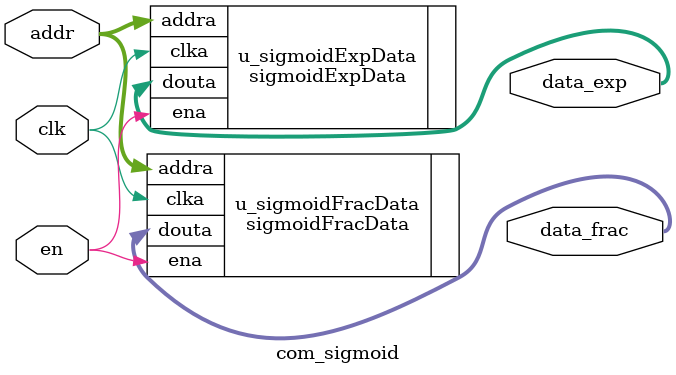
<source format=v>
module com_sigmoid(
    input        clk,
    input  [7:0] addr,
    input        en,

    output [13:0] data_frac,
    output [3:0]  data_exp
);

sigmoidExpData u_sigmoidExpData(
    .clka   ( clk       ),
    .addra  ( addr      ),
    .ena    ( en        ),
    .douta  ( data_exp  )
);


sigmoidFracData u_sigmoidFracData(
    .clka  ( clk        ),
    .addra ( addr       ),
    .ena   ( en         ),
    .douta ( data_frac  )
);


endmodule
</source>
